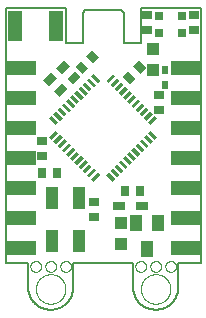
<source format=gtp>
G75*
%MOIN*%
%OFA0B0*%
%FSLAX25Y25*%
%IPPOS*%
%LPD*%
%AMOC8*
5,1,8,0,0,1.08239X$1,22.5*
%
%ADD10C,0.00500*%
%ADD11C,0.00000*%
%ADD12R,0.02756X0.03543*%
%ADD13R,0.04252X0.04134*%
%ADD14R,0.03543X0.02756*%
%ADD15R,0.03150X0.03150*%
%ADD16R,0.03937X0.03150*%
%ADD17R,0.10000X0.05000*%
%ADD18R,0.03937X0.05512*%
%ADD19R,0.03150X0.01181*%
%ADD20R,0.04331X0.07480*%
%ADD21R,0.01969X0.02756*%
%ADD22R,0.05000X0.10000*%
D10*
X0005050Y0016901D02*
X0005050Y0101862D01*
X0025050Y0101862D01*
X0025050Y0090026D01*
X0030675Y0090026D01*
X0030675Y0100221D01*
X0031652Y0101198D01*
X0043448Y0101198D01*
X0044425Y0100221D01*
X0044425Y0090026D01*
X0050050Y0090026D01*
X0050050Y0101901D01*
X0070001Y0101901D01*
X0070050Y0101862D01*
X0070050Y0101901D02*
X0070050Y0073151D01*
X0070001Y0016901D01*
X0062550Y0016901D01*
X0062550Y0008151D01*
X0062533Y0007969D01*
X0062511Y0007787D01*
X0062484Y0007605D01*
X0062454Y0007425D01*
X0062419Y0007245D01*
X0062379Y0007066D01*
X0062335Y0006888D01*
X0062287Y0006711D01*
X0062235Y0006535D01*
X0062178Y0006361D01*
X0062117Y0006188D01*
X0062052Y0006017D01*
X0061983Y0005847D01*
X0061909Y0005679D01*
X0061832Y0005513D01*
X0061750Y0005349D01*
X0061665Y0005187D01*
X0061576Y0005027D01*
X0061482Y0004869D01*
X0061385Y0004713D01*
X0061284Y0004560D01*
X0061180Y0004410D01*
X0061072Y0004262D01*
X0060960Y0004116D01*
X0060845Y0003974D01*
X0060726Y0003834D01*
X0060604Y0003698D01*
X0060479Y0003564D01*
X0060350Y0003433D01*
X0060219Y0003306D01*
X0060084Y0003181D01*
X0059946Y0003060D01*
X0059806Y0002943D01*
X0059662Y0002829D01*
X0059516Y0002718D01*
X0059367Y0002611D01*
X0059216Y0002508D01*
X0059062Y0002408D01*
X0058906Y0002313D01*
X0058747Y0002221D01*
X0058586Y0002133D01*
X0058424Y0002048D01*
X0058259Y0001968D01*
X0058092Y0001892D01*
X0057923Y0001820D01*
X0057753Y0001752D01*
X0057581Y0001689D01*
X0057408Y0001629D01*
X0057233Y0001574D01*
X0057057Y0001523D01*
X0056880Y0001476D01*
X0056702Y0001433D01*
X0056522Y0001395D01*
X0056342Y0001362D01*
X0056161Y0001333D01*
X0055980Y0001308D01*
X0055798Y0001287D01*
X0055615Y0001271D01*
X0055432Y0001260D01*
X0055249Y0001253D01*
X0055066Y0001250D01*
X0054883Y0001252D01*
X0054699Y0001258D01*
X0054516Y0001269D01*
X0054334Y0001284D01*
X0054152Y0001304D01*
X0053970Y0001328D01*
X0053789Y0001356D01*
X0053608Y0001389D01*
X0053429Y0001427D01*
X0053251Y0001468D01*
X0053073Y0001514D01*
X0052897Y0001565D01*
X0052722Y0001619D01*
X0052548Y0001678D01*
X0052376Y0001741D01*
X0052206Y0001808D01*
X0052037Y0001879D01*
X0051870Y0001955D01*
X0051705Y0002034D01*
X0051541Y0002118D01*
X0051380Y0002205D01*
X0051221Y0002297D01*
X0051065Y0002392D01*
X0050911Y0002491D01*
X0050759Y0002593D01*
X0050609Y0002700D01*
X0050463Y0002810D01*
X0050319Y0002923D01*
X0050178Y0003040D01*
X0050040Y0003160D01*
X0049904Y0003284D01*
X0049772Y0003411D01*
X0049643Y0003541D01*
X0049517Y0003674D01*
X0049395Y0003811D01*
X0049275Y0003950D01*
X0049159Y0004092D01*
X0049047Y0004237D01*
X0048938Y0004384D01*
X0048833Y0004534D01*
X0048732Y0004687D01*
X0048634Y0004842D01*
X0048540Y0004999D01*
X0048450Y0005159D01*
X0048364Y0005321D01*
X0048282Y0005485D01*
X0048204Y0005650D01*
X0048130Y0005818D01*
X0048060Y0005987D01*
X0047994Y0006158D01*
X0047932Y0006331D01*
X0047875Y0006505D01*
X0047822Y0006681D01*
X0047773Y0006857D01*
X0047728Y0007035D01*
X0047688Y0007214D01*
X0047652Y0007393D01*
X0047621Y0007574D01*
X0047594Y0007755D01*
X0047571Y0007937D01*
X0047553Y0008120D01*
X0047539Y0008302D01*
X0047530Y0008485D01*
X0047525Y0008669D01*
X0047524Y0008852D01*
X0047528Y0009035D01*
X0047537Y0009218D01*
X0047550Y0009401D01*
X0047550Y0016901D01*
X0027550Y0016901D01*
X0027550Y0009401D01*
X0027563Y0009217D01*
X0027572Y0009033D01*
X0027576Y0008848D01*
X0027575Y0008664D01*
X0027570Y0008480D01*
X0027561Y0008296D01*
X0027547Y0008112D01*
X0027528Y0007928D01*
X0027505Y0007745D01*
X0027478Y0007563D01*
X0027446Y0007381D01*
X0027409Y0007201D01*
X0027368Y0007021D01*
X0027323Y0006842D01*
X0027274Y0006664D01*
X0027220Y0006488D01*
X0027162Y0006313D01*
X0027099Y0006140D01*
X0027032Y0005968D01*
X0026961Y0005797D01*
X0026886Y0005629D01*
X0026807Y0005462D01*
X0026724Y0005298D01*
X0026637Y0005135D01*
X0026546Y0004975D01*
X0026451Y0004817D01*
X0026352Y0004661D01*
X0026249Y0004508D01*
X0026143Y0004358D01*
X0026032Y0004210D01*
X0025919Y0004065D01*
X0025802Y0003922D01*
X0025681Y0003783D01*
X0025557Y0003646D01*
X0025430Y0003513D01*
X0025299Y0003383D01*
X0025165Y0003256D01*
X0025029Y0003132D01*
X0024889Y0003012D01*
X0024746Y0002895D01*
X0024601Y0002782D01*
X0024452Y0002672D01*
X0024301Y0002566D01*
X0024148Y0002464D01*
X0023992Y0002365D01*
X0023834Y0002270D01*
X0023673Y0002180D01*
X0023511Y0002093D01*
X0023346Y0002010D01*
X0023179Y0001931D01*
X0023011Y0001857D01*
X0022840Y0001786D01*
X0022668Y0001720D01*
X0022494Y0001658D01*
X0022319Y0001600D01*
X0022143Y0001547D01*
X0021965Y0001498D01*
X0021786Y0001453D01*
X0021606Y0001413D01*
X0021425Y0001377D01*
X0021244Y0001345D01*
X0021061Y0001318D01*
X0020878Y0001296D01*
X0020695Y0001278D01*
X0020511Y0001264D01*
X0020327Y0001255D01*
X0020142Y0001251D01*
X0019958Y0001251D01*
X0019773Y0001255D01*
X0019589Y0001264D01*
X0019405Y0001278D01*
X0019222Y0001296D01*
X0019039Y0001318D01*
X0018856Y0001345D01*
X0018675Y0001377D01*
X0018494Y0001413D01*
X0018314Y0001453D01*
X0018135Y0001498D01*
X0017957Y0001547D01*
X0017781Y0001600D01*
X0017606Y0001658D01*
X0017432Y0001720D01*
X0017260Y0001786D01*
X0017089Y0001857D01*
X0016921Y0001931D01*
X0016754Y0002010D01*
X0016589Y0002093D01*
X0016427Y0002180D01*
X0016266Y0002270D01*
X0016108Y0002365D01*
X0015952Y0002464D01*
X0015799Y0002566D01*
X0015648Y0002672D01*
X0015499Y0002782D01*
X0015354Y0002895D01*
X0015211Y0003012D01*
X0015071Y0003132D01*
X0014935Y0003256D01*
X0014801Y0003383D01*
X0014670Y0003513D01*
X0014543Y0003646D01*
X0014419Y0003783D01*
X0014298Y0003922D01*
X0014181Y0004065D01*
X0014068Y0004210D01*
X0013957Y0004358D01*
X0013851Y0004508D01*
X0013748Y0004661D01*
X0013649Y0004817D01*
X0013554Y0004975D01*
X0013463Y0005135D01*
X0013376Y0005298D01*
X0013293Y0005462D01*
X0013214Y0005629D01*
X0013139Y0005797D01*
X0013068Y0005968D01*
X0013001Y0006140D01*
X0012938Y0006313D01*
X0012880Y0006488D01*
X0012826Y0006664D01*
X0012777Y0006842D01*
X0012732Y0007021D01*
X0012691Y0007201D01*
X0012654Y0007381D01*
X0012622Y0007563D01*
X0012595Y0007745D01*
X0012572Y0007928D01*
X0012553Y0008112D01*
X0012539Y0008296D01*
X0012530Y0008480D01*
X0012525Y0008664D01*
X0012524Y0008848D01*
X0012528Y0009033D01*
X0012537Y0009217D01*
X0012550Y0009401D01*
X0012550Y0016901D01*
X0005050Y0016901D01*
D11*
X0013278Y0015651D02*
X0013280Y0015735D01*
X0013286Y0015818D01*
X0013296Y0015901D01*
X0013310Y0015984D01*
X0013327Y0016066D01*
X0013349Y0016147D01*
X0013374Y0016226D01*
X0013403Y0016305D01*
X0013436Y0016382D01*
X0013472Y0016457D01*
X0013512Y0016531D01*
X0013555Y0016603D01*
X0013602Y0016672D01*
X0013652Y0016739D01*
X0013705Y0016804D01*
X0013761Y0016866D01*
X0013819Y0016926D01*
X0013881Y0016983D01*
X0013945Y0017036D01*
X0014012Y0017087D01*
X0014081Y0017134D01*
X0014152Y0017179D01*
X0014225Y0017219D01*
X0014300Y0017256D01*
X0014377Y0017290D01*
X0014455Y0017320D01*
X0014534Y0017346D01*
X0014615Y0017369D01*
X0014697Y0017387D01*
X0014779Y0017402D01*
X0014862Y0017413D01*
X0014945Y0017420D01*
X0015029Y0017423D01*
X0015113Y0017422D01*
X0015196Y0017417D01*
X0015280Y0017408D01*
X0015362Y0017395D01*
X0015444Y0017379D01*
X0015525Y0017358D01*
X0015606Y0017334D01*
X0015684Y0017306D01*
X0015762Y0017274D01*
X0015838Y0017238D01*
X0015912Y0017199D01*
X0015984Y0017157D01*
X0016054Y0017111D01*
X0016122Y0017062D01*
X0016187Y0017010D01*
X0016250Y0016955D01*
X0016310Y0016897D01*
X0016368Y0016836D01*
X0016422Y0016772D01*
X0016474Y0016706D01*
X0016522Y0016638D01*
X0016567Y0016567D01*
X0016608Y0016494D01*
X0016647Y0016420D01*
X0016681Y0016344D01*
X0016712Y0016266D01*
X0016739Y0016187D01*
X0016763Y0016106D01*
X0016782Y0016025D01*
X0016798Y0015943D01*
X0016810Y0015860D01*
X0016818Y0015776D01*
X0016822Y0015693D01*
X0016822Y0015609D01*
X0016818Y0015526D01*
X0016810Y0015442D01*
X0016798Y0015359D01*
X0016782Y0015277D01*
X0016763Y0015196D01*
X0016739Y0015115D01*
X0016712Y0015036D01*
X0016681Y0014958D01*
X0016647Y0014882D01*
X0016608Y0014808D01*
X0016567Y0014735D01*
X0016522Y0014664D01*
X0016474Y0014596D01*
X0016422Y0014530D01*
X0016368Y0014466D01*
X0016310Y0014405D01*
X0016250Y0014347D01*
X0016187Y0014292D01*
X0016122Y0014240D01*
X0016054Y0014191D01*
X0015984Y0014145D01*
X0015912Y0014103D01*
X0015838Y0014064D01*
X0015762Y0014028D01*
X0015684Y0013996D01*
X0015606Y0013968D01*
X0015525Y0013944D01*
X0015444Y0013923D01*
X0015362Y0013907D01*
X0015280Y0013894D01*
X0015196Y0013885D01*
X0015113Y0013880D01*
X0015029Y0013879D01*
X0014945Y0013882D01*
X0014862Y0013889D01*
X0014779Y0013900D01*
X0014697Y0013915D01*
X0014615Y0013933D01*
X0014534Y0013956D01*
X0014455Y0013982D01*
X0014377Y0014012D01*
X0014300Y0014046D01*
X0014225Y0014083D01*
X0014152Y0014123D01*
X0014081Y0014168D01*
X0014012Y0014215D01*
X0013945Y0014266D01*
X0013881Y0014319D01*
X0013819Y0014376D01*
X0013761Y0014436D01*
X0013705Y0014498D01*
X0013652Y0014563D01*
X0013602Y0014630D01*
X0013555Y0014699D01*
X0013512Y0014771D01*
X0013472Y0014845D01*
X0013436Y0014920D01*
X0013403Y0014997D01*
X0013374Y0015076D01*
X0013349Y0015155D01*
X0013327Y0015236D01*
X0013310Y0015318D01*
X0013296Y0015401D01*
X0013286Y0015484D01*
X0013280Y0015567D01*
X0013278Y0015651D01*
X0018278Y0015651D02*
X0018280Y0015735D01*
X0018286Y0015818D01*
X0018296Y0015901D01*
X0018310Y0015984D01*
X0018327Y0016066D01*
X0018349Y0016147D01*
X0018374Y0016226D01*
X0018403Y0016305D01*
X0018436Y0016382D01*
X0018472Y0016457D01*
X0018512Y0016531D01*
X0018555Y0016603D01*
X0018602Y0016672D01*
X0018652Y0016739D01*
X0018705Y0016804D01*
X0018761Y0016866D01*
X0018819Y0016926D01*
X0018881Y0016983D01*
X0018945Y0017036D01*
X0019012Y0017087D01*
X0019081Y0017134D01*
X0019152Y0017179D01*
X0019225Y0017219D01*
X0019300Y0017256D01*
X0019377Y0017290D01*
X0019455Y0017320D01*
X0019534Y0017346D01*
X0019615Y0017369D01*
X0019697Y0017387D01*
X0019779Y0017402D01*
X0019862Y0017413D01*
X0019945Y0017420D01*
X0020029Y0017423D01*
X0020113Y0017422D01*
X0020196Y0017417D01*
X0020280Y0017408D01*
X0020362Y0017395D01*
X0020444Y0017379D01*
X0020525Y0017358D01*
X0020606Y0017334D01*
X0020684Y0017306D01*
X0020762Y0017274D01*
X0020838Y0017238D01*
X0020912Y0017199D01*
X0020984Y0017157D01*
X0021054Y0017111D01*
X0021122Y0017062D01*
X0021187Y0017010D01*
X0021250Y0016955D01*
X0021310Y0016897D01*
X0021368Y0016836D01*
X0021422Y0016772D01*
X0021474Y0016706D01*
X0021522Y0016638D01*
X0021567Y0016567D01*
X0021608Y0016494D01*
X0021647Y0016420D01*
X0021681Y0016344D01*
X0021712Y0016266D01*
X0021739Y0016187D01*
X0021763Y0016106D01*
X0021782Y0016025D01*
X0021798Y0015943D01*
X0021810Y0015860D01*
X0021818Y0015776D01*
X0021822Y0015693D01*
X0021822Y0015609D01*
X0021818Y0015526D01*
X0021810Y0015442D01*
X0021798Y0015359D01*
X0021782Y0015277D01*
X0021763Y0015196D01*
X0021739Y0015115D01*
X0021712Y0015036D01*
X0021681Y0014958D01*
X0021647Y0014882D01*
X0021608Y0014808D01*
X0021567Y0014735D01*
X0021522Y0014664D01*
X0021474Y0014596D01*
X0021422Y0014530D01*
X0021368Y0014466D01*
X0021310Y0014405D01*
X0021250Y0014347D01*
X0021187Y0014292D01*
X0021122Y0014240D01*
X0021054Y0014191D01*
X0020984Y0014145D01*
X0020912Y0014103D01*
X0020838Y0014064D01*
X0020762Y0014028D01*
X0020684Y0013996D01*
X0020606Y0013968D01*
X0020525Y0013944D01*
X0020444Y0013923D01*
X0020362Y0013907D01*
X0020280Y0013894D01*
X0020196Y0013885D01*
X0020113Y0013880D01*
X0020029Y0013879D01*
X0019945Y0013882D01*
X0019862Y0013889D01*
X0019779Y0013900D01*
X0019697Y0013915D01*
X0019615Y0013933D01*
X0019534Y0013956D01*
X0019455Y0013982D01*
X0019377Y0014012D01*
X0019300Y0014046D01*
X0019225Y0014083D01*
X0019152Y0014123D01*
X0019081Y0014168D01*
X0019012Y0014215D01*
X0018945Y0014266D01*
X0018881Y0014319D01*
X0018819Y0014376D01*
X0018761Y0014436D01*
X0018705Y0014498D01*
X0018652Y0014563D01*
X0018602Y0014630D01*
X0018555Y0014699D01*
X0018512Y0014771D01*
X0018472Y0014845D01*
X0018436Y0014920D01*
X0018403Y0014997D01*
X0018374Y0015076D01*
X0018349Y0015155D01*
X0018327Y0015236D01*
X0018310Y0015318D01*
X0018296Y0015401D01*
X0018286Y0015484D01*
X0018280Y0015567D01*
X0018278Y0015651D01*
X0015129Y0008151D02*
X0015131Y0008291D01*
X0015137Y0008431D01*
X0015147Y0008570D01*
X0015161Y0008709D01*
X0015179Y0008848D01*
X0015200Y0008986D01*
X0015226Y0009124D01*
X0015256Y0009261D01*
X0015289Y0009396D01*
X0015327Y0009531D01*
X0015368Y0009665D01*
X0015413Y0009798D01*
X0015461Y0009929D01*
X0015514Y0010058D01*
X0015570Y0010187D01*
X0015629Y0010313D01*
X0015693Y0010438D01*
X0015759Y0010561D01*
X0015830Y0010682D01*
X0015903Y0010801D01*
X0015980Y0010918D01*
X0016061Y0011032D01*
X0016144Y0011144D01*
X0016231Y0011254D01*
X0016321Y0011362D01*
X0016413Y0011466D01*
X0016509Y0011568D01*
X0016608Y0011668D01*
X0016709Y0011764D01*
X0016813Y0011858D01*
X0016920Y0011948D01*
X0017029Y0012035D01*
X0017141Y0012120D01*
X0017255Y0012201D01*
X0017371Y0012279D01*
X0017489Y0012353D01*
X0017610Y0012424D01*
X0017732Y0012492D01*
X0017857Y0012556D01*
X0017983Y0012617D01*
X0018110Y0012674D01*
X0018240Y0012727D01*
X0018371Y0012777D01*
X0018503Y0012822D01*
X0018636Y0012865D01*
X0018771Y0012903D01*
X0018906Y0012937D01*
X0019043Y0012968D01*
X0019180Y0012995D01*
X0019318Y0013017D01*
X0019457Y0013036D01*
X0019596Y0013051D01*
X0019735Y0013062D01*
X0019875Y0013069D01*
X0020015Y0013072D01*
X0020155Y0013071D01*
X0020295Y0013066D01*
X0020434Y0013057D01*
X0020574Y0013044D01*
X0020713Y0013027D01*
X0020851Y0013006D01*
X0020989Y0012982D01*
X0021126Y0012953D01*
X0021262Y0012921D01*
X0021397Y0012884D01*
X0021531Y0012844D01*
X0021664Y0012800D01*
X0021795Y0012752D01*
X0021925Y0012701D01*
X0022054Y0012646D01*
X0022181Y0012587D01*
X0022306Y0012524D01*
X0022429Y0012459D01*
X0022551Y0012389D01*
X0022670Y0012316D01*
X0022788Y0012240D01*
X0022903Y0012161D01*
X0023016Y0012078D01*
X0023126Y0011992D01*
X0023234Y0011903D01*
X0023339Y0011811D01*
X0023442Y0011716D01*
X0023542Y0011618D01*
X0023639Y0011518D01*
X0023733Y0011414D01*
X0023825Y0011308D01*
X0023913Y0011200D01*
X0023998Y0011089D01*
X0024080Y0010975D01*
X0024159Y0010859D01*
X0024234Y0010742D01*
X0024306Y0010622D01*
X0024374Y0010500D01*
X0024439Y0010376D01*
X0024501Y0010250D01*
X0024559Y0010123D01*
X0024613Y0009994D01*
X0024664Y0009863D01*
X0024710Y0009731D01*
X0024753Y0009598D01*
X0024793Y0009464D01*
X0024828Y0009329D01*
X0024860Y0009192D01*
X0024887Y0009055D01*
X0024911Y0008917D01*
X0024931Y0008779D01*
X0024947Y0008640D01*
X0024959Y0008500D01*
X0024967Y0008361D01*
X0024971Y0008221D01*
X0024971Y0008081D01*
X0024967Y0007941D01*
X0024959Y0007802D01*
X0024947Y0007662D01*
X0024931Y0007523D01*
X0024911Y0007385D01*
X0024887Y0007247D01*
X0024860Y0007110D01*
X0024828Y0006973D01*
X0024793Y0006838D01*
X0024753Y0006704D01*
X0024710Y0006571D01*
X0024664Y0006439D01*
X0024613Y0006308D01*
X0024559Y0006179D01*
X0024501Y0006052D01*
X0024439Y0005926D01*
X0024374Y0005802D01*
X0024306Y0005680D01*
X0024234Y0005560D01*
X0024159Y0005443D01*
X0024080Y0005327D01*
X0023998Y0005213D01*
X0023913Y0005102D01*
X0023825Y0004994D01*
X0023733Y0004888D01*
X0023639Y0004784D01*
X0023542Y0004684D01*
X0023442Y0004586D01*
X0023339Y0004491D01*
X0023234Y0004399D01*
X0023126Y0004310D01*
X0023016Y0004224D01*
X0022903Y0004141D01*
X0022788Y0004062D01*
X0022670Y0003986D01*
X0022551Y0003913D01*
X0022429Y0003843D01*
X0022306Y0003778D01*
X0022181Y0003715D01*
X0022054Y0003656D01*
X0021925Y0003601D01*
X0021795Y0003550D01*
X0021664Y0003502D01*
X0021531Y0003458D01*
X0021397Y0003418D01*
X0021262Y0003381D01*
X0021126Y0003349D01*
X0020989Y0003320D01*
X0020851Y0003296D01*
X0020713Y0003275D01*
X0020574Y0003258D01*
X0020434Y0003245D01*
X0020295Y0003236D01*
X0020155Y0003231D01*
X0020015Y0003230D01*
X0019875Y0003233D01*
X0019735Y0003240D01*
X0019596Y0003251D01*
X0019457Y0003266D01*
X0019318Y0003285D01*
X0019180Y0003307D01*
X0019043Y0003334D01*
X0018906Y0003365D01*
X0018771Y0003399D01*
X0018636Y0003437D01*
X0018503Y0003480D01*
X0018371Y0003525D01*
X0018240Y0003575D01*
X0018110Y0003628D01*
X0017983Y0003685D01*
X0017857Y0003746D01*
X0017732Y0003810D01*
X0017610Y0003878D01*
X0017489Y0003949D01*
X0017371Y0004023D01*
X0017255Y0004101D01*
X0017141Y0004182D01*
X0017029Y0004267D01*
X0016920Y0004354D01*
X0016813Y0004444D01*
X0016709Y0004538D01*
X0016608Y0004634D01*
X0016509Y0004734D01*
X0016413Y0004836D01*
X0016321Y0004940D01*
X0016231Y0005048D01*
X0016144Y0005158D01*
X0016061Y0005270D01*
X0015980Y0005384D01*
X0015903Y0005501D01*
X0015830Y0005620D01*
X0015759Y0005741D01*
X0015693Y0005864D01*
X0015629Y0005989D01*
X0015570Y0006115D01*
X0015514Y0006244D01*
X0015461Y0006373D01*
X0015413Y0006504D01*
X0015368Y0006637D01*
X0015327Y0006771D01*
X0015289Y0006906D01*
X0015256Y0007041D01*
X0015226Y0007178D01*
X0015200Y0007316D01*
X0015179Y0007454D01*
X0015161Y0007593D01*
X0015147Y0007732D01*
X0015137Y0007871D01*
X0015131Y0008011D01*
X0015129Y0008151D01*
X0023278Y0015651D02*
X0023280Y0015735D01*
X0023286Y0015818D01*
X0023296Y0015901D01*
X0023310Y0015984D01*
X0023327Y0016066D01*
X0023349Y0016147D01*
X0023374Y0016226D01*
X0023403Y0016305D01*
X0023436Y0016382D01*
X0023472Y0016457D01*
X0023512Y0016531D01*
X0023555Y0016603D01*
X0023602Y0016672D01*
X0023652Y0016739D01*
X0023705Y0016804D01*
X0023761Y0016866D01*
X0023819Y0016926D01*
X0023881Y0016983D01*
X0023945Y0017036D01*
X0024012Y0017087D01*
X0024081Y0017134D01*
X0024152Y0017179D01*
X0024225Y0017219D01*
X0024300Y0017256D01*
X0024377Y0017290D01*
X0024455Y0017320D01*
X0024534Y0017346D01*
X0024615Y0017369D01*
X0024697Y0017387D01*
X0024779Y0017402D01*
X0024862Y0017413D01*
X0024945Y0017420D01*
X0025029Y0017423D01*
X0025113Y0017422D01*
X0025196Y0017417D01*
X0025280Y0017408D01*
X0025362Y0017395D01*
X0025444Y0017379D01*
X0025525Y0017358D01*
X0025606Y0017334D01*
X0025684Y0017306D01*
X0025762Y0017274D01*
X0025838Y0017238D01*
X0025912Y0017199D01*
X0025984Y0017157D01*
X0026054Y0017111D01*
X0026122Y0017062D01*
X0026187Y0017010D01*
X0026250Y0016955D01*
X0026310Y0016897D01*
X0026368Y0016836D01*
X0026422Y0016772D01*
X0026474Y0016706D01*
X0026522Y0016638D01*
X0026567Y0016567D01*
X0026608Y0016494D01*
X0026647Y0016420D01*
X0026681Y0016344D01*
X0026712Y0016266D01*
X0026739Y0016187D01*
X0026763Y0016106D01*
X0026782Y0016025D01*
X0026798Y0015943D01*
X0026810Y0015860D01*
X0026818Y0015776D01*
X0026822Y0015693D01*
X0026822Y0015609D01*
X0026818Y0015526D01*
X0026810Y0015442D01*
X0026798Y0015359D01*
X0026782Y0015277D01*
X0026763Y0015196D01*
X0026739Y0015115D01*
X0026712Y0015036D01*
X0026681Y0014958D01*
X0026647Y0014882D01*
X0026608Y0014808D01*
X0026567Y0014735D01*
X0026522Y0014664D01*
X0026474Y0014596D01*
X0026422Y0014530D01*
X0026368Y0014466D01*
X0026310Y0014405D01*
X0026250Y0014347D01*
X0026187Y0014292D01*
X0026122Y0014240D01*
X0026054Y0014191D01*
X0025984Y0014145D01*
X0025912Y0014103D01*
X0025838Y0014064D01*
X0025762Y0014028D01*
X0025684Y0013996D01*
X0025606Y0013968D01*
X0025525Y0013944D01*
X0025444Y0013923D01*
X0025362Y0013907D01*
X0025280Y0013894D01*
X0025196Y0013885D01*
X0025113Y0013880D01*
X0025029Y0013879D01*
X0024945Y0013882D01*
X0024862Y0013889D01*
X0024779Y0013900D01*
X0024697Y0013915D01*
X0024615Y0013933D01*
X0024534Y0013956D01*
X0024455Y0013982D01*
X0024377Y0014012D01*
X0024300Y0014046D01*
X0024225Y0014083D01*
X0024152Y0014123D01*
X0024081Y0014168D01*
X0024012Y0014215D01*
X0023945Y0014266D01*
X0023881Y0014319D01*
X0023819Y0014376D01*
X0023761Y0014436D01*
X0023705Y0014498D01*
X0023652Y0014563D01*
X0023602Y0014630D01*
X0023555Y0014699D01*
X0023512Y0014771D01*
X0023472Y0014845D01*
X0023436Y0014920D01*
X0023403Y0014997D01*
X0023374Y0015076D01*
X0023349Y0015155D01*
X0023327Y0015236D01*
X0023310Y0015318D01*
X0023296Y0015401D01*
X0023286Y0015484D01*
X0023280Y0015567D01*
X0023278Y0015651D01*
X0048278Y0015651D02*
X0048280Y0015735D01*
X0048286Y0015818D01*
X0048296Y0015901D01*
X0048310Y0015984D01*
X0048327Y0016066D01*
X0048349Y0016147D01*
X0048374Y0016226D01*
X0048403Y0016305D01*
X0048436Y0016382D01*
X0048472Y0016457D01*
X0048512Y0016531D01*
X0048555Y0016603D01*
X0048602Y0016672D01*
X0048652Y0016739D01*
X0048705Y0016804D01*
X0048761Y0016866D01*
X0048819Y0016926D01*
X0048881Y0016983D01*
X0048945Y0017036D01*
X0049012Y0017087D01*
X0049081Y0017134D01*
X0049152Y0017179D01*
X0049225Y0017219D01*
X0049300Y0017256D01*
X0049377Y0017290D01*
X0049455Y0017320D01*
X0049534Y0017346D01*
X0049615Y0017369D01*
X0049697Y0017387D01*
X0049779Y0017402D01*
X0049862Y0017413D01*
X0049945Y0017420D01*
X0050029Y0017423D01*
X0050113Y0017422D01*
X0050196Y0017417D01*
X0050280Y0017408D01*
X0050362Y0017395D01*
X0050444Y0017379D01*
X0050525Y0017358D01*
X0050606Y0017334D01*
X0050684Y0017306D01*
X0050762Y0017274D01*
X0050838Y0017238D01*
X0050912Y0017199D01*
X0050984Y0017157D01*
X0051054Y0017111D01*
X0051122Y0017062D01*
X0051187Y0017010D01*
X0051250Y0016955D01*
X0051310Y0016897D01*
X0051368Y0016836D01*
X0051422Y0016772D01*
X0051474Y0016706D01*
X0051522Y0016638D01*
X0051567Y0016567D01*
X0051608Y0016494D01*
X0051647Y0016420D01*
X0051681Y0016344D01*
X0051712Y0016266D01*
X0051739Y0016187D01*
X0051763Y0016106D01*
X0051782Y0016025D01*
X0051798Y0015943D01*
X0051810Y0015860D01*
X0051818Y0015776D01*
X0051822Y0015693D01*
X0051822Y0015609D01*
X0051818Y0015526D01*
X0051810Y0015442D01*
X0051798Y0015359D01*
X0051782Y0015277D01*
X0051763Y0015196D01*
X0051739Y0015115D01*
X0051712Y0015036D01*
X0051681Y0014958D01*
X0051647Y0014882D01*
X0051608Y0014808D01*
X0051567Y0014735D01*
X0051522Y0014664D01*
X0051474Y0014596D01*
X0051422Y0014530D01*
X0051368Y0014466D01*
X0051310Y0014405D01*
X0051250Y0014347D01*
X0051187Y0014292D01*
X0051122Y0014240D01*
X0051054Y0014191D01*
X0050984Y0014145D01*
X0050912Y0014103D01*
X0050838Y0014064D01*
X0050762Y0014028D01*
X0050684Y0013996D01*
X0050606Y0013968D01*
X0050525Y0013944D01*
X0050444Y0013923D01*
X0050362Y0013907D01*
X0050280Y0013894D01*
X0050196Y0013885D01*
X0050113Y0013880D01*
X0050029Y0013879D01*
X0049945Y0013882D01*
X0049862Y0013889D01*
X0049779Y0013900D01*
X0049697Y0013915D01*
X0049615Y0013933D01*
X0049534Y0013956D01*
X0049455Y0013982D01*
X0049377Y0014012D01*
X0049300Y0014046D01*
X0049225Y0014083D01*
X0049152Y0014123D01*
X0049081Y0014168D01*
X0049012Y0014215D01*
X0048945Y0014266D01*
X0048881Y0014319D01*
X0048819Y0014376D01*
X0048761Y0014436D01*
X0048705Y0014498D01*
X0048652Y0014563D01*
X0048602Y0014630D01*
X0048555Y0014699D01*
X0048512Y0014771D01*
X0048472Y0014845D01*
X0048436Y0014920D01*
X0048403Y0014997D01*
X0048374Y0015076D01*
X0048349Y0015155D01*
X0048327Y0015236D01*
X0048310Y0015318D01*
X0048296Y0015401D01*
X0048286Y0015484D01*
X0048280Y0015567D01*
X0048278Y0015651D01*
X0053278Y0015651D02*
X0053280Y0015735D01*
X0053286Y0015818D01*
X0053296Y0015901D01*
X0053310Y0015984D01*
X0053327Y0016066D01*
X0053349Y0016147D01*
X0053374Y0016226D01*
X0053403Y0016305D01*
X0053436Y0016382D01*
X0053472Y0016457D01*
X0053512Y0016531D01*
X0053555Y0016603D01*
X0053602Y0016672D01*
X0053652Y0016739D01*
X0053705Y0016804D01*
X0053761Y0016866D01*
X0053819Y0016926D01*
X0053881Y0016983D01*
X0053945Y0017036D01*
X0054012Y0017087D01*
X0054081Y0017134D01*
X0054152Y0017179D01*
X0054225Y0017219D01*
X0054300Y0017256D01*
X0054377Y0017290D01*
X0054455Y0017320D01*
X0054534Y0017346D01*
X0054615Y0017369D01*
X0054697Y0017387D01*
X0054779Y0017402D01*
X0054862Y0017413D01*
X0054945Y0017420D01*
X0055029Y0017423D01*
X0055113Y0017422D01*
X0055196Y0017417D01*
X0055280Y0017408D01*
X0055362Y0017395D01*
X0055444Y0017379D01*
X0055525Y0017358D01*
X0055606Y0017334D01*
X0055684Y0017306D01*
X0055762Y0017274D01*
X0055838Y0017238D01*
X0055912Y0017199D01*
X0055984Y0017157D01*
X0056054Y0017111D01*
X0056122Y0017062D01*
X0056187Y0017010D01*
X0056250Y0016955D01*
X0056310Y0016897D01*
X0056368Y0016836D01*
X0056422Y0016772D01*
X0056474Y0016706D01*
X0056522Y0016638D01*
X0056567Y0016567D01*
X0056608Y0016494D01*
X0056647Y0016420D01*
X0056681Y0016344D01*
X0056712Y0016266D01*
X0056739Y0016187D01*
X0056763Y0016106D01*
X0056782Y0016025D01*
X0056798Y0015943D01*
X0056810Y0015860D01*
X0056818Y0015776D01*
X0056822Y0015693D01*
X0056822Y0015609D01*
X0056818Y0015526D01*
X0056810Y0015442D01*
X0056798Y0015359D01*
X0056782Y0015277D01*
X0056763Y0015196D01*
X0056739Y0015115D01*
X0056712Y0015036D01*
X0056681Y0014958D01*
X0056647Y0014882D01*
X0056608Y0014808D01*
X0056567Y0014735D01*
X0056522Y0014664D01*
X0056474Y0014596D01*
X0056422Y0014530D01*
X0056368Y0014466D01*
X0056310Y0014405D01*
X0056250Y0014347D01*
X0056187Y0014292D01*
X0056122Y0014240D01*
X0056054Y0014191D01*
X0055984Y0014145D01*
X0055912Y0014103D01*
X0055838Y0014064D01*
X0055762Y0014028D01*
X0055684Y0013996D01*
X0055606Y0013968D01*
X0055525Y0013944D01*
X0055444Y0013923D01*
X0055362Y0013907D01*
X0055280Y0013894D01*
X0055196Y0013885D01*
X0055113Y0013880D01*
X0055029Y0013879D01*
X0054945Y0013882D01*
X0054862Y0013889D01*
X0054779Y0013900D01*
X0054697Y0013915D01*
X0054615Y0013933D01*
X0054534Y0013956D01*
X0054455Y0013982D01*
X0054377Y0014012D01*
X0054300Y0014046D01*
X0054225Y0014083D01*
X0054152Y0014123D01*
X0054081Y0014168D01*
X0054012Y0014215D01*
X0053945Y0014266D01*
X0053881Y0014319D01*
X0053819Y0014376D01*
X0053761Y0014436D01*
X0053705Y0014498D01*
X0053652Y0014563D01*
X0053602Y0014630D01*
X0053555Y0014699D01*
X0053512Y0014771D01*
X0053472Y0014845D01*
X0053436Y0014920D01*
X0053403Y0014997D01*
X0053374Y0015076D01*
X0053349Y0015155D01*
X0053327Y0015236D01*
X0053310Y0015318D01*
X0053296Y0015401D01*
X0053286Y0015484D01*
X0053280Y0015567D01*
X0053278Y0015651D01*
X0050129Y0008151D02*
X0050131Y0008291D01*
X0050137Y0008431D01*
X0050147Y0008570D01*
X0050161Y0008709D01*
X0050179Y0008848D01*
X0050200Y0008986D01*
X0050226Y0009124D01*
X0050256Y0009261D01*
X0050289Y0009396D01*
X0050327Y0009531D01*
X0050368Y0009665D01*
X0050413Y0009798D01*
X0050461Y0009929D01*
X0050514Y0010058D01*
X0050570Y0010187D01*
X0050629Y0010313D01*
X0050693Y0010438D01*
X0050759Y0010561D01*
X0050830Y0010682D01*
X0050903Y0010801D01*
X0050980Y0010918D01*
X0051061Y0011032D01*
X0051144Y0011144D01*
X0051231Y0011254D01*
X0051321Y0011362D01*
X0051413Y0011466D01*
X0051509Y0011568D01*
X0051608Y0011668D01*
X0051709Y0011764D01*
X0051813Y0011858D01*
X0051920Y0011948D01*
X0052029Y0012035D01*
X0052141Y0012120D01*
X0052255Y0012201D01*
X0052371Y0012279D01*
X0052489Y0012353D01*
X0052610Y0012424D01*
X0052732Y0012492D01*
X0052857Y0012556D01*
X0052983Y0012617D01*
X0053110Y0012674D01*
X0053240Y0012727D01*
X0053371Y0012777D01*
X0053503Y0012822D01*
X0053636Y0012865D01*
X0053771Y0012903D01*
X0053906Y0012937D01*
X0054043Y0012968D01*
X0054180Y0012995D01*
X0054318Y0013017D01*
X0054457Y0013036D01*
X0054596Y0013051D01*
X0054735Y0013062D01*
X0054875Y0013069D01*
X0055015Y0013072D01*
X0055155Y0013071D01*
X0055295Y0013066D01*
X0055434Y0013057D01*
X0055574Y0013044D01*
X0055713Y0013027D01*
X0055851Y0013006D01*
X0055989Y0012982D01*
X0056126Y0012953D01*
X0056262Y0012921D01*
X0056397Y0012884D01*
X0056531Y0012844D01*
X0056664Y0012800D01*
X0056795Y0012752D01*
X0056925Y0012701D01*
X0057054Y0012646D01*
X0057181Y0012587D01*
X0057306Y0012524D01*
X0057429Y0012459D01*
X0057551Y0012389D01*
X0057670Y0012316D01*
X0057788Y0012240D01*
X0057903Y0012161D01*
X0058016Y0012078D01*
X0058126Y0011992D01*
X0058234Y0011903D01*
X0058339Y0011811D01*
X0058442Y0011716D01*
X0058542Y0011618D01*
X0058639Y0011518D01*
X0058733Y0011414D01*
X0058825Y0011308D01*
X0058913Y0011200D01*
X0058998Y0011089D01*
X0059080Y0010975D01*
X0059159Y0010859D01*
X0059234Y0010742D01*
X0059306Y0010622D01*
X0059374Y0010500D01*
X0059439Y0010376D01*
X0059501Y0010250D01*
X0059559Y0010123D01*
X0059613Y0009994D01*
X0059664Y0009863D01*
X0059710Y0009731D01*
X0059753Y0009598D01*
X0059793Y0009464D01*
X0059828Y0009329D01*
X0059860Y0009192D01*
X0059887Y0009055D01*
X0059911Y0008917D01*
X0059931Y0008779D01*
X0059947Y0008640D01*
X0059959Y0008500D01*
X0059967Y0008361D01*
X0059971Y0008221D01*
X0059971Y0008081D01*
X0059967Y0007941D01*
X0059959Y0007802D01*
X0059947Y0007662D01*
X0059931Y0007523D01*
X0059911Y0007385D01*
X0059887Y0007247D01*
X0059860Y0007110D01*
X0059828Y0006973D01*
X0059793Y0006838D01*
X0059753Y0006704D01*
X0059710Y0006571D01*
X0059664Y0006439D01*
X0059613Y0006308D01*
X0059559Y0006179D01*
X0059501Y0006052D01*
X0059439Y0005926D01*
X0059374Y0005802D01*
X0059306Y0005680D01*
X0059234Y0005560D01*
X0059159Y0005443D01*
X0059080Y0005327D01*
X0058998Y0005213D01*
X0058913Y0005102D01*
X0058825Y0004994D01*
X0058733Y0004888D01*
X0058639Y0004784D01*
X0058542Y0004684D01*
X0058442Y0004586D01*
X0058339Y0004491D01*
X0058234Y0004399D01*
X0058126Y0004310D01*
X0058016Y0004224D01*
X0057903Y0004141D01*
X0057788Y0004062D01*
X0057670Y0003986D01*
X0057551Y0003913D01*
X0057429Y0003843D01*
X0057306Y0003778D01*
X0057181Y0003715D01*
X0057054Y0003656D01*
X0056925Y0003601D01*
X0056795Y0003550D01*
X0056664Y0003502D01*
X0056531Y0003458D01*
X0056397Y0003418D01*
X0056262Y0003381D01*
X0056126Y0003349D01*
X0055989Y0003320D01*
X0055851Y0003296D01*
X0055713Y0003275D01*
X0055574Y0003258D01*
X0055434Y0003245D01*
X0055295Y0003236D01*
X0055155Y0003231D01*
X0055015Y0003230D01*
X0054875Y0003233D01*
X0054735Y0003240D01*
X0054596Y0003251D01*
X0054457Y0003266D01*
X0054318Y0003285D01*
X0054180Y0003307D01*
X0054043Y0003334D01*
X0053906Y0003365D01*
X0053771Y0003399D01*
X0053636Y0003437D01*
X0053503Y0003480D01*
X0053371Y0003525D01*
X0053240Y0003575D01*
X0053110Y0003628D01*
X0052983Y0003685D01*
X0052857Y0003746D01*
X0052732Y0003810D01*
X0052610Y0003878D01*
X0052489Y0003949D01*
X0052371Y0004023D01*
X0052255Y0004101D01*
X0052141Y0004182D01*
X0052029Y0004267D01*
X0051920Y0004354D01*
X0051813Y0004444D01*
X0051709Y0004538D01*
X0051608Y0004634D01*
X0051509Y0004734D01*
X0051413Y0004836D01*
X0051321Y0004940D01*
X0051231Y0005048D01*
X0051144Y0005158D01*
X0051061Y0005270D01*
X0050980Y0005384D01*
X0050903Y0005501D01*
X0050830Y0005620D01*
X0050759Y0005741D01*
X0050693Y0005864D01*
X0050629Y0005989D01*
X0050570Y0006115D01*
X0050514Y0006244D01*
X0050461Y0006373D01*
X0050413Y0006504D01*
X0050368Y0006637D01*
X0050327Y0006771D01*
X0050289Y0006906D01*
X0050256Y0007041D01*
X0050226Y0007178D01*
X0050200Y0007316D01*
X0050179Y0007454D01*
X0050161Y0007593D01*
X0050147Y0007732D01*
X0050137Y0007871D01*
X0050131Y0008011D01*
X0050129Y0008151D01*
X0058278Y0015651D02*
X0058280Y0015735D01*
X0058286Y0015818D01*
X0058296Y0015901D01*
X0058310Y0015984D01*
X0058327Y0016066D01*
X0058349Y0016147D01*
X0058374Y0016226D01*
X0058403Y0016305D01*
X0058436Y0016382D01*
X0058472Y0016457D01*
X0058512Y0016531D01*
X0058555Y0016603D01*
X0058602Y0016672D01*
X0058652Y0016739D01*
X0058705Y0016804D01*
X0058761Y0016866D01*
X0058819Y0016926D01*
X0058881Y0016983D01*
X0058945Y0017036D01*
X0059012Y0017087D01*
X0059081Y0017134D01*
X0059152Y0017179D01*
X0059225Y0017219D01*
X0059300Y0017256D01*
X0059377Y0017290D01*
X0059455Y0017320D01*
X0059534Y0017346D01*
X0059615Y0017369D01*
X0059697Y0017387D01*
X0059779Y0017402D01*
X0059862Y0017413D01*
X0059945Y0017420D01*
X0060029Y0017423D01*
X0060113Y0017422D01*
X0060196Y0017417D01*
X0060280Y0017408D01*
X0060362Y0017395D01*
X0060444Y0017379D01*
X0060525Y0017358D01*
X0060606Y0017334D01*
X0060684Y0017306D01*
X0060762Y0017274D01*
X0060838Y0017238D01*
X0060912Y0017199D01*
X0060984Y0017157D01*
X0061054Y0017111D01*
X0061122Y0017062D01*
X0061187Y0017010D01*
X0061250Y0016955D01*
X0061310Y0016897D01*
X0061368Y0016836D01*
X0061422Y0016772D01*
X0061474Y0016706D01*
X0061522Y0016638D01*
X0061567Y0016567D01*
X0061608Y0016494D01*
X0061647Y0016420D01*
X0061681Y0016344D01*
X0061712Y0016266D01*
X0061739Y0016187D01*
X0061763Y0016106D01*
X0061782Y0016025D01*
X0061798Y0015943D01*
X0061810Y0015860D01*
X0061818Y0015776D01*
X0061822Y0015693D01*
X0061822Y0015609D01*
X0061818Y0015526D01*
X0061810Y0015442D01*
X0061798Y0015359D01*
X0061782Y0015277D01*
X0061763Y0015196D01*
X0061739Y0015115D01*
X0061712Y0015036D01*
X0061681Y0014958D01*
X0061647Y0014882D01*
X0061608Y0014808D01*
X0061567Y0014735D01*
X0061522Y0014664D01*
X0061474Y0014596D01*
X0061422Y0014530D01*
X0061368Y0014466D01*
X0061310Y0014405D01*
X0061250Y0014347D01*
X0061187Y0014292D01*
X0061122Y0014240D01*
X0061054Y0014191D01*
X0060984Y0014145D01*
X0060912Y0014103D01*
X0060838Y0014064D01*
X0060762Y0014028D01*
X0060684Y0013996D01*
X0060606Y0013968D01*
X0060525Y0013944D01*
X0060444Y0013923D01*
X0060362Y0013907D01*
X0060280Y0013894D01*
X0060196Y0013885D01*
X0060113Y0013880D01*
X0060029Y0013879D01*
X0059945Y0013882D01*
X0059862Y0013889D01*
X0059779Y0013900D01*
X0059697Y0013915D01*
X0059615Y0013933D01*
X0059534Y0013956D01*
X0059455Y0013982D01*
X0059377Y0014012D01*
X0059300Y0014046D01*
X0059225Y0014083D01*
X0059152Y0014123D01*
X0059081Y0014168D01*
X0059012Y0014215D01*
X0058945Y0014266D01*
X0058881Y0014319D01*
X0058819Y0014376D01*
X0058761Y0014436D01*
X0058705Y0014498D01*
X0058652Y0014563D01*
X0058602Y0014630D01*
X0058555Y0014699D01*
X0058512Y0014771D01*
X0058472Y0014845D01*
X0058436Y0014920D01*
X0058403Y0014997D01*
X0058374Y0015076D01*
X0058349Y0015155D01*
X0058327Y0015236D01*
X0058310Y0015318D01*
X0058296Y0015401D01*
X0058286Y0015484D01*
X0058280Y0015567D01*
X0058278Y0015651D01*
D12*
X0049797Y0040963D03*
X0044678Y0040963D03*
X0022297Y0046901D03*
X0017178Y0046901D03*
G36*
X0023145Y0072240D02*
X0021196Y0074189D01*
X0023699Y0076692D01*
X0025648Y0074743D01*
X0023145Y0072240D01*
G37*
G36*
X0019526Y0075860D02*
X0017577Y0077809D01*
X0020080Y0080312D01*
X0022029Y0078363D01*
X0019526Y0075860D01*
G37*
G36*
X0024455Y0084374D02*
X0026404Y0082425D01*
X0023901Y0079922D01*
X0021952Y0081871D01*
X0024455Y0084374D01*
G37*
G36*
X0028074Y0080755D02*
X0030023Y0078806D01*
X0027520Y0076303D01*
X0025571Y0078252D01*
X0028074Y0080755D01*
G37*
G36*
X0032654Y0081689D02*
X0030705Y0079740D01*
X0028202Y0082243D01*
X0030151Y0084192D01*
X0032654Y0081689D01*
G37*
G36*
X0036273Y0085309D02*
X0034324Y0083360D01*
X0031821Y0085863D01*
X0033770Y0087812D01*
X0036273Y0085309D01*
G37*
G36*
X0043827Y0078806D02*
X0045776Y0080755D01*
X0048279Y0078252D01*
X0046330Y0076303D01*
X0043827Y0078806D01*
G37*
G36*
X0047446Y0082425D02*
X0049395Y0084374D01*
X0051898Y0081871D01*
X0049949Y0079922D01*
X0047446Y0082425D01*
G37*
D13*
X0054112Y0081269D03*
X0054112Y0088158D03*
X0043487Y0030033D03*
X0043487Y0023144D03*
D14*
X0034425Y0032154D03*
X0034425Y0037273D03*
X0017238Y0052467D03*
X0017238Y0057585D03*
X0052237Y0094342D03*
X0052237Y0099460D03*
X0067863Y0099460D03*
X0067863Y0094342D03*
X0056300Y0072898D03*
X0056300Y0067779D03*
D15*
X0056300Y0093323D03*
X0056300Y0099229D03*
X0063800Y0099229D03*
X0063800Y0093323D03*
D16*
X0050550Y0035651D03*
X0042675Y0035651D03*
D17*
X0065050Y0031901D03*
X0065050Y0041901D03*
X0065050Y0051901D03*
X0065050Y0061901D03*
X0065050Y0071901D03*
X0065050Y0081901D03*
X0065050Y0021901D03*
X0010050Y0021901D03*
X0010050Y0031901D03*
X0010050Y0041901D03*
X0010050Y0051901D03*
X0010050Y0061901D03*
X0010050Y0071901D03*
X0010050Y0081901D03*
D18*
X0048497Y0029982D03*
X0052237Y0021320D03*
X0055978Y0029982D03*
D19*
G36*
X0043535Y0046730D02*
X0041309Y0048956D01*
X0042143Y0049790D01*
X0044369Y0047564D01*
X0043535Y0046730D01*
G37*
G36*
X0044927Y0048122D02*
X0042701Y0050348D01*
X0043535Y0051182D01*
X0045761Y0048956D01*
X0044927Y0048122D01*
G37*
G36*
X0046319Y0049514D02*
X0044093Y0051740D01*
X0044927Y0052574D01*
X0047153Y0050348D01*
X0046319Y0049514D01*
G37*
G36*
X0047711Y0050906D02*
X0045485Y0053132D01*
X0046319Y0053966D01*
X0048545Y0051740D01*
X0047711Y0050906D01*
G37*
G36*
X0047711Y0055358D02*
X0049937Y0053132D01*
X0049103Y0052298D01*
X0046877Y0054524D01*
X0047711Y0055358D01*
G37*
G36*
X0049103Y0056750D02*
X0051329Y0054524D01*
X0050495Y0053690D01*
X0048269Y0055916D01*
X0049103Y0056750D01*
G37*
G36*
X0050495Y0058142D02*
X0052721Y0055916D01*
X0051887Y0055082D01*
X0049661Y0057308D01*
X0050495Y0058142D01*
G37*
G36*
X0051887Y0059534D02*
X0054113Y0057308D01*
X0053279Y0056474D01*
X0051053Y0058700D01*
X0051887Y0059534D01*
G37*
G36*
X0053279Y0060925D02*
X0055505Y0058699D01*
X0054671Y0057865D01*
X0052445Y0060091D01*
X0053279Y0060925D01*
G37*
G36*
X0055505Y0065102D02*
X0053279Y0062876D01*
X0052445Y0063710D01*
X0054671Y0065936D01*
X0055505Y0065102D01*
G37*
G36*
X0054113Y0066494D02*
X0051887Y0064268D01*
X0051053Y0065102D01*
X0053279Y0067328D01*
X0054113Y0066494D01*
G37*
G36*
X0052721Y0067886D02*
X0050495Y0065660D01*
X0049661Y0066494D01*
X0051887Y0068720D01*
X0052721Y0067886D01*
G37*
G36*
X0051329Y0069278D02*
X0049103Y0067052D01*
X0048269Y0067886D01*
X0050495Y0070112D01*
X0051329Y0069278D01*
G37*
G36*
X0049937Y0070670D02*
X0047711Y0068444D01*
X0046877Y0069278D01*
X0049103Y0071504D01*
X0049937Y0070670D01*
G37*
G36*
X0048545Y0072062D02*
X0046319Y0069836D01*
X0045485Y0070670D01*
X0047711Y0072896D01*
X0048545Y0072062D01*
G37*
G36*
X0044093Y0072062D02*
X0046319Y0074288D01*
X0047153Y0073454D01*
X0044927Y0071228D01*
X0044093Y0072062D01*
G37*
G36*
X0042701Y0073454D02*
X0044927Y0075680D01*
X0045761Y0074846D01*
X0043535Y0072620D01*
X0042701Y0073454D01*
G37*
G36*
X0041309Y0074846D02*
X0043535Y0077072D01*
X0044369Y0076238D01*
X0042143Y0074012D01*
X0041309Y0074846D01*
G37*
G36*
X0039917Y0076238D02*
X0042143Y0078464D01*
X0042977Y0077630D01*
X0040751Y0075404D01*
X0039917Y0076238D01*
G37*
G36*
X0038525Y0077630D02*
X0040751Y0079856D01*
X0041585Y0079022D01*
X0039359Y0076796D01*
X0038525Y0077630D01*
G37*
G36*
X0034349Y0079856D02*
X0036575Y0077630D01*
X0035741Y0076796D01*
X0033515Y0079022D01*
X0034349Y0079856D01*
G37*
G36*
X0032957Y0078464D02*
X0035183Y0076238D01*
X0034349Y0075404D01*
X0032123Y0077630D01*
X0032957Y0078464D01*
G37*
G36*
X0031565Y0077072D02*
X0033791Y0074846D01*
X0032957Y0074012D01*
X0030731Y0076238D01*
X0031565Y0077072D01*
G37*
G36*
X0030173Y0075680D02*
X0032399Y0073454D01*
X0031565Y0072620D01*
X0029339Y0074846D01*
X0030173Y0075680D01*
G37*
G36*
X0028781Y0074288D02*
X0031007Y0072062D01*
X0030173Y0071228D01*
X0027947Y0073454D01*
X0028781Y0074288D01*
G37*
G36*
X0027389Y0072896D02*
X0029615Y0070670D01*
X0028781Y0069836D01*
X0026555Y0072062D01*
X0027389Y0072896D01*
G37*
G36*
X0027389Y0068444D02*
X0025163Y0070670D01*
X0025997Y0071504D01*
X0028223Y0069278D01*
X0027389Y0068444D01*
G37*
G36*
X0025997Y0067052D02*
X0023771Y0069278D01*
X0024605Y0070112D01*
X0026831Y0067886D01*
X0025997Y0067052D01*
G37*
G36*
X0024605Y0065660D02*
X0022379Y0067886D01*
X0023213Y0068720D01*
X0025439Y0066494D01*
X0024605Y0065660D01*
G37*
G36*
X0023213Y0064268D02*
X0020987Y0066494D01*
X0021821Y0067328D01*
X0024047Y0065102D01*
X0023213Y0064268D01*
G37*
G36*
X0021821Y0062876D02*
X0019595Y0065102D01*
X0020429Y0065936D01*
X0022655Y0063710D01*
X0021821Y0062876D01*
G37*
G36*
X0019595Y0058699D02*
X0021821Y0060925D01*
X0022655Y0060091D01*
X0020429Y0057865D01*
X0019595Y0058699D01*
G37*
G36*
X0020987Y0057308D02*
X0023213Y0059534D01*
X0024047Y0058700D01*
X0021821Y0056474D01*
X0020987Y0057308D01*
G37*
G36*
X0022379Y0055916D02*
X0024605Y0058142D01*
X0025439Y0057308D01*
X0023213Y0055082D01*
X0022379Y0055916D01*
G37*
G36*
X0023771Y0054524D02*
X0025997Y0056750D01*
X0026831Y0055916D01*
X0024605Y0053690D01*
X0023771Y0054524D01*
G37*
G36*
X0025163Y0053132D02*
X0027389Y0055358D01*
X0028223Y0054524D01*
X0025997Y0052298D01*
X0025163Y0053132D01*
G37*
G36*
X0026555Y0051740D02*
X0028781Y0053966D01*
X0029615Y0053132D01*
X0027389Y0050906D01*
X0026555Y0051740D01*
G37*
G36*
X0031007Y0051740D02*
X0028781Y0049514D01*
X0027947Y0050348D01*
X0030173Y0052574D01*
X0031007Y0051740D01*
G37*
G36*
X0032399Y0050348D02*
X0030173Y0048122D01*
X0029339Y0048956D01*
X0031565Y0051182D01*
X0032399Y0050348D01*
G37*
G36*
X0033791Y0048956D02*
X0031565Y0046730D01*
X0030731Y0047564D01*
X0032957Y0049790D01*
X0033791Y0048956D01*
G37*
G36*
X0035183Y0047564D02*
X0032957Y0045338D01*
X0032123Y0046172D01*
X0034349Y0048398D01*
X0035183Y0047564D01*
G37*
G36*
X0036575Y0046172D02*
X0034349Y0043946D01*
X0033515Y0044780D01*
X0035741Y0047006D01*
X0036575Y0046172D01*
G37*
G36*
X0040751Y0043946D02*
X0038525Y0046172D01*
X0039359Y0047006D01*
X0041585Y0044780D01*
X0040751Y0043946D01*
G37*
G36*
X0042143Y0045338D02*
X0039917Y0047564D01*
X0040751Y0048398D01*
X0042977Y0046172D01*
X0042143Y0045338D01*
G37*
D20*
X0029578Y0038559D03*
X0020522Y0038559D03*
X0020522Y0023993D03*
X0029578Y0023993D03*
D21*
X0058175Y0076101D03*
X0058175Y0081219D03*
D22*
X0021925Y0095963D03*
X0008175Y0095963D03*
M02*

</source>
